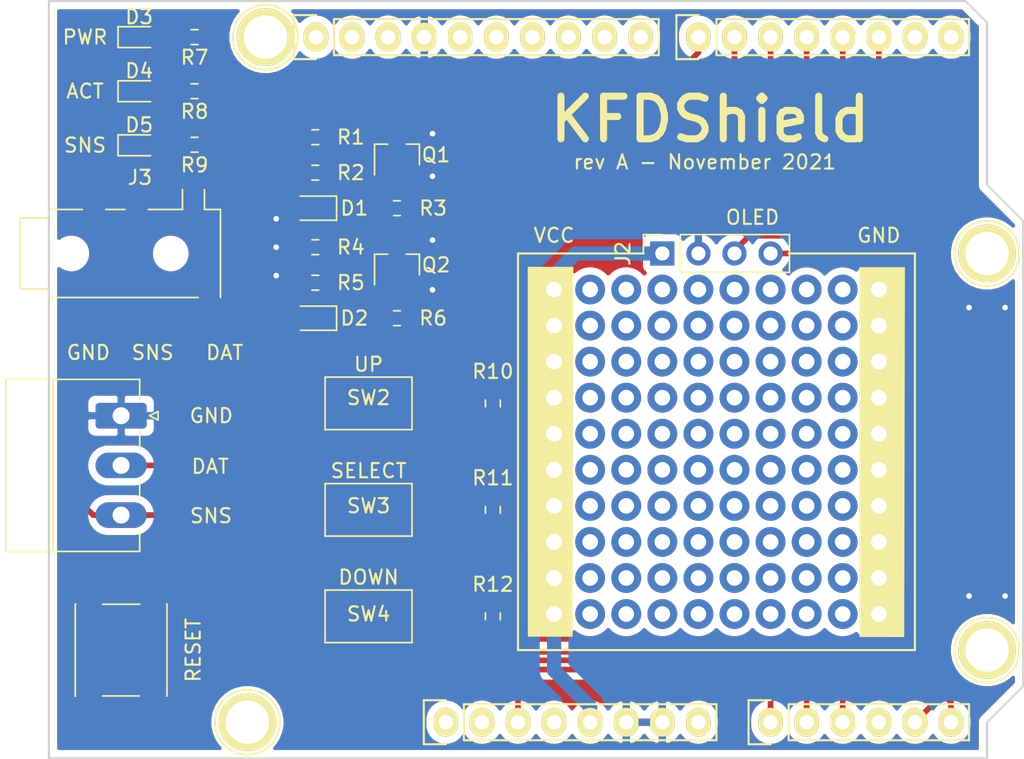
<source format=kicad_pcb>
(kicad_pcb (version 20171130) (host pcbnew "(5.1.10)-1")
  (title_block (title KFDShield) (date 2021-10-27) (rev 1.0) (comment 1 "Designed by Nat Moore (jelimoore)") (comment 2 "Based upon the work of Ellie Dugger (duggerd)"))
  (layers (0 F.Cu signal) (31 B.Cu signal) (34 B.Paste user) (35 F.Paste user) (36 B.SilkS user) (37 F.SilkS user) (38 B.Mask user) (39 F.Mask user) (44 Edge.Cuts user))
  (net 0 "")
  (net 1 /IOREF)
  (net 2 /Reset)
  (net 3 +5V)
  (net 4 GND)
  (net 5 /Vin)
  (net 6 /A0)
  (net 7 /A1)
  (net 8 /A2)
  (net 9 /A3)
  (net 10 /AREF)
  (net 11 "/A4(SDA)")
  (net 12 "/A5(SCL)")
  (net 13 "/9(**)")
  (net 14 /8)
  (net 15 /7)
  (net 16 "/6(**)")
  (net 17 "/5(**)")
  (net 18 /4)
  (net 19 "/3(**)")
  (net 20 /2)
  (net 21 "/1(Tx)")
  (net 22 "/0(Rx)")
  (net 23 "Net-(P5-Pad1)")
  (net 24 "Net-(P6-Pad1)")
  (net 25 "Net-(P7-Pad1)")
  (net 26 "Net-(P8-Pad1)")
  (net 27 "/13(SCK)")
  (net 28 "/10(**/SS)")
  (net 29 "Net-(P1-Pad1)")
  (net 30 +3V3)
  (net 31 "/12(MISO)")
  (net 32 "/11(**/MOSI)")
  (net 33 "Net-(Q1-Pad1)")
  (net 34 "Net-(Q2-Pad1)")
  (net 35 /KFD_DATA)
  (net 36 /KFD_SENSE)
  (net 37 "Net-(P3-Pad1)")
  (net 38 "Net-(P3-Pad2)")
  (net 39 "Net-(D3-Pad2)")
  (net 40 "Net-(D4-Pad2)")
  (net 41 "Net-(D5-Pad2)")
  (module Button_Switch_SMD:SW_SPST_CK_RS282G05A3 (layer F.Cu) (at 133.498 116.365)
    (fp_text reference SW4 (at 0 -0.16) (layer F.SilkS))
    (fp_text value Enter)
    (pad 2 smd rect (at 3.9 0) (size 1.5 1.5) (layers F.Cu F.Paste F.Mask) (net 8 /A2))
    (pad 1 smd rect (at -3.9 0) (size 1.5 1.5) (layers F.Cu F.Paste F.Mask) (net 4 GND))
  )
  (module Button_Switch_SMD:SW_SPST_CK_RS282G05A3 (layer F.Cu) (at 133.498 108.865)
    (fp_text reference SW3 (at 0 -0.28) (layer F.SilkS))
    (fp_text value Down)
    (pad 2 smd rect (at 3.9 0) (size 1.5 1.5) (layers F.Cu F.Paste F.Mask) (net 7 /A1))
    (pad 1 smd rect (at -3.9 0) (size 1.5 1.5) (layers F.Cu F.Paste F.Mask) (net 4 GND))
  )
  (module Button_Switch_SMD:SW_SPST_CK_RS282G05A3 (layer F.Cu) (at 133.498 101.365)
    (fp_text reference SW2 (at 0 -0.4) (layer F.SilkS))
    (fp_text value Up)
    (pad 2 smd rect (at 3.9 0) (size 1.5 1.5) (layers F.Cu F.Paste F.Mask) (net 6 /A0))
    (pad 1 smd rect (at -3.9 0) (size 1.5 1.5) (layers F.Cu F.Paste F.Mask) (net 4 GND))
  )
  (module Connector_Audio:Jack_3.5mm_PJ320D_Horizontal (layer F.Cu) (at 117.348 90.805)
    (fp_text reference J3 (at 0.05 -5.35) (layer F.SilkS))
    (fp_text value MR_Jack)
    (pad "" np_thru_hole circle (at 2.225 0) (size 1.5 1.5) (drill 1.5) (layers *.Cu *.Mask))
    (pad "" np_thru_hole circle (at -4.775 0) (size 1.5 1.5) (drill 1.5) (layers *.Cu *.Mask))
    (pad R2 smd rect (at -3.175 -3.25) (size 1.2 2.5) (layers F.Cu F.Paste F.Mask) (net 4 GND))
    (pad R1 smd rect (at -0.175 -3.25) (size 1.2 2.5) (layers F.Cu F.Paste F.Mask) (net 36 /KFD_SENSE))
    (pad T smd rect (at 3.825 -3.25) (size 1.2 2.5) (layers F.Cu F.Paste F.Mask) (net 35 /KFD_DATA))
    (pad S smd rect (at 4.925 3.25) (size 1.2 2.5) (layers F.Cu F.Paste F.Mask) (net 4 GND))
  )
  (module Button_Switch_SMD:SW_Push_1P1T_NO_6x6mm_H9.5mm (layer F.Cu) (at 116.078 118.745 270)
    (fp_text reference SW1 hide)
    (fp_text value SW_Push)
    (pad 2 smd rect (at 3.975 2.25 270) (size 1.55 1.3) (layers F.Cu F.Paste F.Mask) (net 2 /Reset))
    (pad 1 smd rect (at 3.975 -2.25 270) (size 1.55 1.3) (layers F.Cu F.Paste F.Mask) (net 4 GND))
    (pad 1 smd rect (at -3.975 -2.25 270) (size 1.55 1.3) (layers F.Cu F.Paste F.Mask) (net 4 GND))
    (pad 2 smd rect (at -3.975 2.25 270) (size 1.55 1.3) (layers F.Cu F.Paste F.Mask) (net 2 /Reset))
  )
  (module Package_TO_SOT_SMD:SOT-23 (layer F.Cu) (at 135.498 83.865 90)
    (fp_text reference Q1 (at 0 2.75 180) (layer F.SilkS))
    (fp_text value MMBT3904LT1G)
    (pad 3 smd rect (at 1 0 90) (size 0.9 0.8) (layers F.Cu F.Paste F.Mask) (net 19 "/3(**)"))
    (pad 2 smd rect (at -1 0.95 90) (size 0.9 0.8) (layers F.Cu F.Paste F.Mask) (net 4 GND))
    (pad 1 smd rect (at -1 -0.95 90) (size 0.9 0.8) (layers F.Cu F.Paste F.Mask) (net 33 "Net-(Q1-Pad1)"))
  )
  (module Connector_Wire:SolderWire-0.5sqmm_1x01_D0.9mm_OD2.1mm (layer F.Cu) (at 166.878 111.125)
    (fp_text reference " " hide)
    (fp_text value SolderWire-0.5sqmm_1x01_D0.9mm_OD2.1mm)
    (pad 1 thru_hole circle (at 0 0) (size 2.1 2.1) (drill 1.1) (layers *.Cu *.Mask))
  )
  (module Connector_Wire:SolderWire-0.5sqmm_1x01_D0.9mm_OD2.1mm (layer F.Cu) (at 166.878 98.425)
    (fp_text reference " " hide)
    (fp_text value SolderWire-0.5sqmm_1x01_D0.9mm_OD2.1mm)
    (pad 1 thru_hole circle (at 0 0) (size 2.1 2.1) (drill 1.1) (layers *.Cu *.Mask))
  )
  (module Connector_Wire:SolderWire-0.5sqmm_1x01_D0.9mm_OD2.1mm (layer F.Cu) (at 166.878 108.585)
    (fp_text reference " " hide)
    (fp_text value SolderWire-0.5sqmm_1x01_D0.9mm_OD2.1mm)
    (pad 1 thru_hole circle (at 0 0) (size 2.1 2.1) (drill 1.1) (layers *.Cu *.Mask))
  )
  (module Connector_Wire:SolderWire-0.5sqmm_1x01_D0.9mm_OD2.1mm (layer F.Cu) (at 166.878 113.665)
    (fp_text reference " " hide)
    (fp_text value SolderWire-0.5sqmm_1x01_D0.9mm_OD2.1mm)
    (pad 1 thru_hole circle (at 0 0) (size 2.1 2.1) (drill 1.1) (layers *.Cu *.Mask))
  )
  (module Connector_Wire:SolderWire-0.5sqmm_1x01_D0.9mm_OD2.1mm (layer F.Cu) (at 166.878 116.205)
    (fp_text reference " " hide)
    (fp_text value SolderWire-0.5sqmm_1x01_D0.9mm_OD2.1mm)
    (pad 1 thru_hole circle (at 0 0) (size 2.1 2.1) (drill 1.1) (layers *.Cu *.Mask))
  )
  (module Connector_Wire:SolderWire-0.5sqmm_1x01_D0.9mm_OD2.1mm (layer F.Cu) (at 166.878 106.045)
    (fp_text reference " " hide)
    (fp_text value SolderWire-0.5sqmm_1x01_D0.9mm_OD2.1mm)
    (pad 1 thru_hole circle (at 0 0) (size 2.1 2.1) (drill 1.1) (layers *.Cu *.Mask))
  )
  (module Connector_Wire:SolderWire-0.5sqmm_1x01_D0.9mm_OD2.1mm (layer F.Cu) (at 166.878 103.505)
    (fp_text reference " " hide)
    (fp_text value SolderWire-0.5sqmm_1x01_D0.9mm_OD2.1mm)
    (pad 1 thru_hole circle (at 0 0) (size 2.1 2.1) (drill 1.1) (layers *.Cu *.Mask))
  )
  (module Connector_Wire:SolderWire-0.5sqmm_1x01_D0.9mm_OD2.1mm (layer F.Cu) (at 166.878 100.965)
    (fp_text reference " " hide)
    (fp_text value SolderWire-0.5sqmm_1x01_D0.9mm_OD2.1mm)
    (pad 1 thru_hole circle (at 0 0) (size 2.1 2.1) (drill 1.1) (layers *.Cu *.Mask))
  )
  (module Connector_Wire:SolderWire-0.5sqmm_1x01_D0.9mm_OD2.1mm (layer F.Cu) (at 166.878 95.885)
    (fp_text reference " " hide)
    (fp_text value SolderWire-0.5sqmm_1x01_D0.9mm_OD2.1mm)
    (pad 1 thru_hole circle (at 0 0) (size 2.1 2.1) (drill 1.1) (layers *.Cu *.Mask))
  )
  (module Connector_Wire:SolderWire-0.5sqmm_1x01_D0.9mm_OD2.1mm (layer F.Cu) (at 166.878 93.345)
    (fp_text reference " " hide)
    (fp_text value SolderWire-0.5sqmm_1x01_D0.9mm_OD2.1mm)
    (pad 1 thru_hole circle (at 0 0) (size 2.1 2.1) (drill 1.1) (layers *.Cu *.Mask))
  )
  (module Connector_Wire:SolderWire-0.5sqmm_1x01_D0.9mm_OD2.1mm (layer F.Cu) (at 164.338 111.125)
    (fp_text reference " " hide)
    (fp_text value SolderWire-0.5sqmm_1x01_D0.9mm_OD2.1mm)
    (pad 1 thru_hole circle (at 0 0) (size 2.1 2.1) (drill 1.1) (layers *.Cu *.Mask))
  )
  (module Connector_Wire:SolderWire-0.5sqmm_1x01_D0.9mm_OD2.1mm (layer F.Cu) (at 164.338 98.425)
    (fp_text reference " " hide)
    (fp_text value SolderWire-0.5sqmm_1x01_D0.9mm_OD2.1mm)
    (pad 1 thru_hole circle (at 0 0) (size 2.1 2.1) (drill 1.1) (layers *.Cu *.Mask))
  )
  (module Connector_Wire:SolderWire-0.5sqmm_1x01_D0.9mm_OD2.1mm (layer F.Cu) (at 164.338 108.585)
    (fp_text reference " " hide)
    (fp_text value SolderWire-0.5sqmm_1x01_D0.9mm_OD2.1mm)
    (pad 1 thru_hole circle (at 0 0) (size 2.1 2.1) (drill 1.1) (layers *.Cu *.Mask))
  )
  (module Connector_Wire:SolderWire-0.5sqmm_1x01_D0.9mm_OD2.1mm (layer F.Cu) (at 164.338 113.665)
    (fp_text reference " " hide)
    (fp_text value SolderWire-0.5sqmm_1x01_D0.9mm_OD2.1mm)
    (pad 1 thru_hole circle (at 0 0) (size 2.1 2.1) (drill 1.1) (layers *.Cu *.Mask))
  )
  (module Connector_Wire:SolderWire-0.5sqmm_1x01_D0.9mm_OD2.1mm (layer F.Cu) (at 164.338 116.205)
    (fp_text reference " " hide)
    (fp_text value SolderWire-0.5sqmm_1x01_D0.9mm_OD2.1mm)
    (pad 1 thru_hole circle (at 0 0) (size 2.1 2.1) (drill 1.1) (layers *.Cu *.Mask))
  )
  (module Connector_Wire:SolderWire-0.5sqmm_1x01_D0.9mm_OD2.1mm (layer F.Cu) (at 164.338 106.045)
    (fp_text reference " " hide)
    (fp_text value SolderWire-0.5sqmm_1x01_D0.9mm_OD2.1mm)
    (pad 1 thru_hole circle (at 0 0) (size 2.1 2.1) (drill 1.1) (layers *.Cu *.Mask))
  )
  (module Connector_Wire:SolderWire-0.5sqmm_1x01_D0.9mm_OD2.1mm (layer F.Cu) (at 164.338 103.505)
    (fp_text reference " " hide)
    (fp_text value SolderWire-0.5sqmm_1x01_D0.9mm_OD2.1mm)
    (pad 1 thru_hole circle (at 0 0) (size 2.1 2.1) (drill 1.1) (layers *.Cu *.Mask))
  )
  (module Connector_Wire:SolderWire-0.5sqmm_1x01_D0.9mm_OD2.1mm (layer F.Cu) (at 164.338 100.965)
    (fp_text reference " " hide)
    (fp_text value SolderWire-0.5sqmm_1x01_D0.9mm_OD2.1mm)
    (pad 1 thru_hole circle (at 0 0) (size 2.1 2.1) (drill 1.1) (layers *.Cu *.Mask))
  )
  (module Connector_Wire:SolderWire-0.5sqmm_1x01_D0.9mm_OD2.1mm (layer F.Cu) (at 164.338 95.885)
    (fp_text reference " " hide)
    (fp_text value SolderWire-0.5sqmm_1x01_D0.9mm_OD2.1mm)
    (pad 1 thru_hole circle (at 0 0) (size 2.1 2.1) (drill 1.1) (layers *.Cu *.Mask))
  )
  (module Connector_Wire:SolderWire-0.5sqmm_1x01_D0.9mm_OD2.1mm (layer F.Cu) (at 164.338 93.345)
    (fp_text reference " " hide)
    (fp_text value SolderWire-0.5sqmm_1x01_D0.9mm_OD2.1mm)
    (pad 1 thru_hole circle (at 0 0) (size 2.1 2.1) (drill 1.1) (layers *.Cu *.Mask))
  )
  (module Connector_Wire:SolderWire-0.5sqmm_1x01_D0.9mm_OD2.1mm (layer F.Cu) (at 161.798 111.125)
    (fp_text reference " " hide)
    (fp_text value SolderWire-0.5sqmm_1x01_D0.9mm_OD2.1mm)
    (pad 1 thru_hole circle (at 0 0) (size 2.1 2.1) (drill 1.1) (layers *.Cu *.Mask))
  )
  (module Connector_Wire:SolderWire-0.5sqmm_1x01_D0.9mm_OD2.1mm (layer F.Cu) (at 161.798 98.425)
    (fp_text reference " " hide)
    (fp_text value SolderWire-0.5sqmm_1x01_D0.9mm_OD2.1mm)
    (pad 1 thru_hole circle (at 0 0) (size 2.1 2.1) (drill 1.1) (layers *.Cu *.Mask))
  )
  (module Connector_Wire:SolderWire-0.5sqmm_1x01_D0.9mm_OD2.1mm (layer F.Cu) (at 161.798 108.585)
    (fp_text reference " " hide)
    (fp_text value SolderWire-0.5sqmm_1x01_D0.9mm_OD2.1mm)
    (pad 1 thru_hole circle (at 0 0) (size 2.1 2.1) (drill 1.1) (layers *.Cu *.Mask))
  )
  (module Connector_Wire:SolderWire-0.5sqmm_1x01_D0.9mm_OD2.1mm (layer F.Cu) (at 161.798 113.665)
    (fp_text reference " " hide)
    (fp_text value SolderWire-0.5sqmm_1x01_D0.9mm_OD2.1mm)
    (pad 1 thru_hole circle (at 0 0) (size 2.1 2.1) (drill 1.1) (layers *.Cu *.Mask))
  )
  (module Connector_Wire:SolderWire-0.5sqmm_1x01_D0.9mm_OD2.1mm (layer F.Cu) (at 161.798 116.205)
    (fp_text reference " " hide)
    (fp_text value SolderWire-0.5sqmm_1x01_D0.9mm_OD2.1mm)
    (pad 1 thru_hole circle (at 0 0) (size 2.1 2.1) (drill 1.1) (layers *.Cu *.Mask))
  )
  (module Connector_Wire:SolderWire-0.5sqmm_1x01_D0.9mm_OD2.1mm (layer F.Cu) (at 161.798 106.045)
    (fp_text reference " " hide)
    (fp_text value SolderWire-0.5sqmm_1x01_D0.9mm_OD2.1mm)
    (pad 1 thru_hole circle (at 0 0) (size 2.1 2.1) (drill 1.1) (layers *.Cu *.Mask))
  )
  (module Connector_Wire:SolderWire-0.5sqmm_1x01_D0.9mm_OD2.1mm (layer F.Cu) (at 161.798 103.505)
    (fp_text reference " " hide)
    (fp_text value SolderWire-0.5sqmm_1x01_D0.9mm_OD2.1mm)
    (pad 1 thru_hole circle (at 0 0) (size 2.1 2.1) (drill 1.1) (layers *.Cu *.Mask))
  )
  (module Connector_Wire:SolderWire-0.5sqmm_1x01_D0.9mm_OD2.1mm (layer F.Cu) (at 161.798 100.965)
    (fp_text reference " " hide)
    (fp_text value SolderWire-0.5sqmm_1x01_D0.9mm_OD2.1mm)
    (pad 1 thru_hole circle (at 0 0) (size 2.1 2.1) (drill 1.1) (layers *.Cu *.Mask))
  )
  (module Connector_Wire:SolderWire-0.5sqmm_1x01_D0.9mm_OD2.1mm (layer F.Cu) (at 161.798 95.885)
    (fp_text reference " " hide)
    (fp_text value SolderWire-0.5sqmm_1x01_D0.9mm_OD2.1mm)
    (pad 1 thru_hole circle (at 0 0) (size 2.1 2.1) (drill 1.1) (layers *.Cu *.Mask))
  )
  (module Connector_Wire:SolderWire-0.5sqmm_1x01_D0.9mm_OD2.1mm (layer F.Cu) (at 161.798 93.345)
    (fp_text reference " " hide)
    (fp_text value SolderWire-0.5sqmm_1x01_D0.9mm_OD2.1mm)
    (pad 1 thru_hole circle (at 0 0) (size 2.1 2.1) (drill 1.1) (layers *.Cu *.Mask))
  )
  (module Connector_Wire:SolderWire-0.5sqmm_1x01_D0.9mm_OD2.1mm (layer F.Cu) (at 159.258 111.125)
    (fp_text reference " " hide)
    (fp_text value SolderWire-0.5sqmm_1x01_D0.9mm_OD2.1mm)
    (pad 1 thru_hole circle (at 0 0) (size 2.1 2.1) (drill 1.1) (layers *.Cu *.Mask))
  )
  (module Connector_Wire:SolderWire-0.5sqmm_1x01_D0.9mm_OD2.1mm (layer F.Cu) (at 159.258 98.425)
    (fp_text reference " " hide)
    (fp_text value SolderWire-0.5sqmm_1x01_D0.9mm_OD2.1mm)
    (pad 1 thru_hole circle (at 0 0) (size 2.1 2.1) (drill 1.1) (layers *.Cu *.Mask))
  )
  (module Connector_Wire:SolderWire-0.5sqmm_1x01_D0.9mm_OD2.1mm (layer F.Cu) (at 159.258 108.585)
    (fp_text reference " " hide)
    (fp_text value SolderWire-0.5sqmm_1x01_D0.9mm_OD2.1mm)
    (pad 1 thru_hole circle (at 0 0) (size 2.1 2.1) (drill 1.1) (layers *.Cu *.Mask))
  )
  (module Connector_Wire:SolderWire-0.5sqmm_1x01_D0.9mm_OD2.1mm (layer F.Cu) (at 159.258 113.665)
    (fp_text reference " " hide)
    (fp_text value SolderWire-0.5sqmm_1x01_D0.9mm_OD2.1mm)
    (pad 1 thru_hole circle (at 0 0) (size 2.1 2.1) (drill 1.1) (layers *.Cu *.Mask))
  )
  (module Connector_Wire:SolderWire-0.5sqmm_1x01_D0.9mm_OD2.1mm (layer F.Cu) (at 159.258 116.205)
    (fp_text reference " " hide)
    (fp_text value SolderWire-0.5sqmm_1x01_D0.9mm_OD2.1mm)
    (pad 1 thru_hole circle (at 0 0) (size 2.1 2.1) (drill 1.1) (layers *.Cu *.Mask))
  )
  (module Connector_Wire:SolderWire-0.5sqmm_1x01_D0.9mm_OD2.1mm (layer F.Cu) (at 159.258 106.045)
    (fp_text reference " " hide)
    (fp_text value SolderWire-0.5sqmm_1x01_D0.9mm_OD2.1mm)
    (pad 1 thru_hole circle (at 0 0) (size 2.1 2.1) (drill 1.1) (layers *.Cu *.Mask))
  )
  (module Connector_Wire:SolderWire-0.5sqmm_1x01_D0.9mm_OD2.1mm (layer F.Cu) (at 159.258 103.505)
    (fp_text reference " " hide)
    (fp_text value SolderWire-0.5sqmm_1x01_D0.9mm_OD2.1mm)
    (pad 1 thru_hole circle (at 0 0) (size 2.1 2.1) (drill 1.1) (layers *.Cu *.Mask))
  )
  (module Connector_Wire:SolderWire-0.5sqmm_1x01_D0.9mm_OD2.1mm (layer F.Cu) (at 159.258 100.965)
    (fp_text reference " " hide)
    (fp_text value SolderWire-0.5sqmm_1x01_D0.9mm_OD2.1mm)
    (pad 1 thru_hole circle (at 0 0) (size 2.1 2.1) (drill 1.1) (layers *.Cu *.Mask))
  )
  (module Connector_Wire:SolderWire-0.5sqmm_1x01_D0.9mm_OD2.1mm (layer F.Cu) (at 159.258 95.885)
    (fp_text reference " " hide)
    (fp_text value SolderWire-0.5sqmm_1x01_D0.9mm_OD2.1mm)
    (pad 1 thru_hole circle (at 0 0) (size 2.1 2.1) (drill 1.1) (layers *.Cu *.Mask))
  )
  (module Connector_Wire:SolderWire-0.5sqmm_1x01_D0.9mm_OD2.1mm (layer F.Cu) (at 159.258 93.345)
    (fp_text reference " " hide)
    (fp_text value SolderWire-0.5sqmm_1x01_D0.9mm_OD2.1mm)
    (pad 1 thru_hole circle (at 0 0) (size 2.1 2.1) (drill 1.1) (layers *.Cu *.Mask))
  )
  (module Connector_Wire:SolderWire-0.5sqmm_1x01_D0.9mm_OD2.1mm (layer F.Cu) (at 156.718 111.125)
    (fp_text reference " " hide)
    (fp_text value SolderWire-0.5sqmm_1x01_D0.9mm_OD2.1mm)
    (pad 1 thru_hole circle (at 0 0) (size 2.1 2.1) (drill 1.1) (layers *.Cu *.Mask))
  )
  (module Connector_Wire:SolderWire-0.5sqmm_1x01_D0.9mm_OD2.1mm (layer F.Cu) (at 156.718 98.425)
    (fp_text reference " " hide)
    (fp_text value SolderWire-0.5sqmm_1x01_D0.9mm_OD2.1mm)
    (pad 1 thru_hole circle (at 0 0) (size 2.1 2.1) (drill 1.1) (layers *.Cu *.Mask))
  )
  (module Connector_Wire:SolderWire-0.5sqmm_1x01_D0.9mm_OD2.1mm (layer F.Cu) (at 156.718 108.585)
    (fp_text reference " " hide)
    (fp_text value SolderWire-0.5sqmm_1x01_D0.9mm_OD2.1mm)
    (pad 1 thru_hole circle (at 0 0) (size 2.1 2.1) (drill 1.1) (layers *.Cu *.Mask))
  )
  (module Connector_Wire:SolderWire-0.5sqmm_1x01_D0.9mm_OD2.1mm (layer F.Cu) (at 156.718 113.665)
    (fp_text reference " " hide)
    (fp_text value SolderWire-0.5sqmm_1x01_D0.9mm_OD2.1mm)
    (pad 1 thru_hole circle (at 0 0) (size 2.1 2.1) (drill 1.1) (layers *.Cu *.Mask))
  )
  (module Connector_Wire:SolderWire-0.5sqmm_1x01_D0.9mm_OD2.1mm (layer F.Cu) (at 156.718 116.205)
    (fp_text reference " " hide)
    (fp_text value SolderWire-0.5sqmm_1x01_D0.9mm_OD2.1mm)
    (pad 1 thru_hole circle (at 0 0) (size 2.1 2.1) (drill 1.1) (layers *.Cu *.Mask))
  )
  (module Connector_Wire:SolderWire-0.5sqmm_1x01_D0.9mm_OD2.1mm (layer F.Cu) (at 156.718 106.045)
    (fp_text reference " " hide)
    (fp_text value SolderWire-0.5sqmm_1x01_D0.9mm_OD2.1mm)
    (pad 1 thru_hole circle (at 0 0) (size 2.1 2.1) (drill 1.1) (layers *.Cu *.Mask))
  )
  (module Connector_Wire:SolderWire-0.5sqmm_1x01_D0.9mm_OD2.1mm (layer F.Cu) (at 156.718 103.505)
    (fp_text reference " " hide)
    (fp_text value SolderWire-0.5sqmm_1x01_D0.9mm_OD2.1mm)
    (pad 1 thru_hole circle (at 0 0) (size 2.1 2.1) (drill 1.1) (layers *.Cu *.Mask))
  )
  (module Connector_Wire:SolderWire-0.5sqmm_1x01_D0.9mm_OD2.1mm (layer F.Cu) (at 156.718 100.965)
    (fp_text reference " " hide)
    (fp_text value SolderWire-0.5sqmm_1x01_D0.9mm_OD2.1mm)
    (pad 1 thru_hole circle (at 0 0) (size 2.1 2.1) (drill 1.1) (layers *.Cu *.Mask))
  )
  (module Connector_Wire:SolderWire-0.5sqmm_1x01_D0.9mm_OD2.1mm (layer F.Cu) (at 156.718 95.885)
    (fp_text reference " " hide)
    (fp_text value SolderWire-0.5sqmm_1x01_D0.9mm_OD2.1mm)
    (pad 1 thru_hole circle (at 0 0) (size 2.1 2.1) (drill 1.1) (layers *.Cu *.Mask))
  )
  (module Connector_Wire:SolderWire-0.5sqmm_1x01_D0.9mm_OD2.1mm (layer F.Cu) (at 156.718 93.345)
    (fp_text reference " " hide)
    (fp_text value SolderWire-0.5sqmm_1x01_D0.9mm_OD2.1mm)
    (pad 1 thru_hole circle (at 0 0) (size 2.1 2.1) (drill 1.1) (layers *.Cu *.Mask))
  )
  (module Connector_Wire:SolderWire-0.5sqmm_1x01_D0.9mm_OD2.1mm (layer F.Cu) (at 154.178 111.125)
    (fp_text reference " " hide)
    (fp_text value SolderWire-0.5sqmm_1x01_D0.9mm_OD2.1mm)
    (pad 1 thru_hole circle (at 0 0) (size 2.1 2.1) (drill 1.1) (layers *.Cu *.Mask))
  )
  (module Connector_Wire:SolderWire-0.5sqmm_1x01_D0.9mm_OD2.1mm (layer F.Cu) (at 154.178 98.425)
    (fp_text reference " " hide)
    (fp_text value SolderWire-0.5sqmm_1x01_D0.9mm_OD2.1mm)
    (pad 1 thru_hole circle (at 0 0) (size 2.1 2.1) (drill 1.1) (layers *.Cu *.Mask))
  )
  (module Connector_Wire:SolderWire-0.5sqmm_1x01_D0.9mm_OD2.1mm (layer F.Cu) (at 154.178 108.585)
    (fp_text reference " " hide)
    (fp_text value SolderWire-0.5sqmm_1x01_D0.9mm_OD2.1mm)
    (pad 1 thru_hole circle (at 0 0) (size 2.1 2.1) (drill 1.1) (layers *.Cu *.Mask))
  )
  (module Connector_Wire:SolderWire-0.5sqmm_1x01_D0.9mm_OD2.1mm (layer F.Cu) (at 154.178 113.665)
    (fp_text reference " " hide)
    (fp_text value SolderWire-0.5sqmm_1x01_D0.9mm_OD2.1mm)
    (pad 1 thru_hole circle (at 0 0) (size 2.1 2.1) (drill 1.1) (layers *.Cu *.Mask))
  )
  (module Connector_Wire:SolderWire-0.5sqmm_1x01_D0.9mm_OD2.1mm (layer F.Cu) (at 154.178 116.205)
    (fp_text reference " " hide)
    (fp_text value SolderWire-0.5sqmm_1x01_D0.9mm_OD2.1mm)
    (pad 1 thru_hole circle (at 0 0) (size 2.1 2.1) (drill 1.1) (layers *.Cu *.Mask))
  )
  (module Connector_Wire:SolderWire-0.5sqmm_1x01_D0.9mm_OD2.1mm (layer F.Cu) (at 154.178 106.045)
    (fp_text reference " " hide)
    (fp_text value SolderWire-0.5sqmm_1x01_D0.9mm_OD2.1mm)
    (pad 1 thru_hole circle (at 0 0) (size 2.1 2.1) (drill 1.1) (layers *.Cu *.Mask))
  )
  (module Connector_Wire:SolderWire-0.5sqmm_1x01_D0.9mm_OD2.1mm (layer F.Cu) (at 154.178 103.505)
    (fp_text reference " " hide)
    (fp_text value SolderWire-0.5sqmm_1x01_D0.9mm_OD2.1mm)
    (pad 1 thru_hole circle (at 0 0) (size 2.1 2.1) (drill 1.1) (layers *.Cu *.Mask))
  )
  (module Connector_Wire:SolderWire-0.5sqmm_1x01_D0.9mm_OD2.1mm (layer F.Cu) (at 154.178 100.965)
    (fp_text reference " " hide)
    (fp_text value SolderWire-0.5sqmm_1x01_D0.9mm_OD2.1mm)
    (pad 1 thru_hole circle (at 0 0) (size 2.1 2.1) (drill 1.1) (layers *.Cu *.Mask))
  )
  (module Connector_Wire:SolderWire-0.5sqmm_1x01_D0.9mm_OD2.1mm (layer F.Cu) (at 154.178 95.885)
    (fp_text reference " " hide)
    (fp_text value SolderWire-0.5sqmm_1x01_D0.9mm_OD2.1mm)
    (pad 1 thru_hole circle (at 0 0) (size 2.1 2.1) (drill 1.1) (layers *.Cu *.Mask))
  )
  (module Connector_Wire:SolderWire-0.5sqmm_1x01_D0.9mm_OD2.1mm (layer F.Cu) (at 154.178 93.345)
    (fp_text reference " " hide)
    (fp_text value SolderWire-0.5sqmm_1x01_D0.9mm_OD2.1mm)
    (pad 1 thru_hole circle (at 0 0) (size 2.1 2.1) (drill 1.1) (layers *.Cu *.Mask))
  )
  (module Connector_Wire:SolderWire-0.5sqmm_1x01_D0.9mm_OD2.1mm (layer F.Cu) (at 151.638 111.125)
    (fp_text reference " " hide)
    (fp_text value SolderWire-0.5sqmm_1x01_D0.9mm_OD2.1mm)
    (pad 1 thru_hole circle (at 0 0) (size 2.1 2.1) (drill 1.1) (layers *.Cu *.Mask))
  )
  (module Connector_Wire:SolderWire-0.5sqmm_1x01_D0.9mm_OD2.1mm (layer F.Cu) (at 151.638 98.425)
    (fp_text reference " " hide)
    (fp_text value SolderWire-0.5sqmm_1x01_D0.9mm_OD2.1mm)
    (pad 1 thru_hole circle (at 0 0) (size 2.1 2.1) (drill 1.1) (layers *.Cu *.Mask))
  )
  (module Connector_Wire:SolderWire-0.5sqmm_1x01_D0.9mm_OD2.1mm (layer F.Cu) (at 151.638 108.585)
    (fp_text reference " " hide)
    (fp_text value SolderWire-0.5sqmm_1x01_D0.9mm_OD2.1mm)
    (pad 1 thru_hole circle (at 0 0) (size 2.1 2.1) (drill 1.1) (layers *.Cu *.Mask))
  )
  (module Connector_Wire:SolderWire-0.5sqmm_1x01_D0.9mm_OD2.1mm (layer F.Cu) (at 151.638 113.665)
    (fp_text reference " " hide)
    (fp_text value SolderWire-0.5sqmm_1x01_D0.9mm_OD2.1mm)
    (pad 1 thru_hole circle (at 0 0) (size 2.1 2.1) (drill 1.1) (layers *.Cu *.Mask))
  )
  (module Connector_Wire:SolderWire-0.5sqmm_1x01_D0.9mm_OD2.1mm (layer F.Cu) (at 151.638 116.205)
    (fp_text reference " " hide)
    (fp_text value SolderWire-0.5sqmm_1x01_D0.9mm_OD2.1mm)
    (pad 1 thru_hole circle (at 0 0) (size 2.1 2.1) (drill 1.1) (layers *.Cu *.Mask))
  )
  (module Connector_Wire:SolderWire-0.5sqmm_1x01_D0.9mm_OD2.1mm (layer F.Cu) (at 151.638 106.045)
    (fp_text reference " " hide)
    (fp_text value SolderWire-0.5sqmm_1x01_D0.9mm_OD2.1mm)
    (pad 1 thru_hole circle (at 0 0) (size 2.1 2.1) (drill 1.1) (layers *.Cu *.Mask))
  )
  (module Connector_Wire:SolderWire-0.5sqmm_1x01_D0.9mm_OD2.1mm (layer F.Cu) (at 151.638 103.505)
    (fp_text reference " " hide)
    (fp_text value SolderWire-0.5sqmm_1x01_D0.9mm_OD2.1mm)
    (pad 1 thru_hole circle (at 0 0) (size 2.1 2.1) (drill 1.1) (layers *.Cu *.Mask))
  )
  (module Connector_Wire:SolderWire-0.5sqmm_1x01_D0.9mm_OD2.1mm (layer F.Cu) (at 151.638 100.965)
    (fp_text reference " " hide)
    (fp_text value SolderWire-0.5sqmm_1x01_D0.9mm_OD2.1mm)
    (pad 1 thru_hole circle (at 0 0) (size 2.1 2.1) (drill 1.1) (layers *.Cu *.Mask))
  )
  (module Connector_Wire:SolderWire-0.5sqmm_1x01_D0.9mm_OD2.1mm (layer F.Cu) (at 151.638 95.885)
    (fp_text reference " " hide)
    (fp_text value SolderWire-0.5sqmm_1x01_D0.9mm_OD2.1mm)
    (pad 1 thru_hole circle (at 0 0) (size 2.1 2.1) (drill 1.1) (layers *.Cu *.Mask))
  )
  (module Connector_Wire:SolderWire-0.5sqmm_1x01_D0.9mm_OD2.1mm (layer F.Cu) (at 151.638 93.345)
    (fp_text reference " " hide)
    (fp_text value SolderWire-0.5sqmm_1x01_D0.9mm_OD2.1mm)
    (pad 1 thru_hole circle (at 0 0) (size 2.1 2.1) (drill 1.1) (layers *.Cu *.Mask))
  )
  (module Connector_Wire:SolderWire-0.5sqmm_1x01_D0.9mm_OD2.1mm (layer F.Cu) (at 149.098 116.205)
    (fp_text reference " " hide)
    (fp_text value SolderWire-0.5sqmm_1x01_D0.9mm_OD2.1mm)
    (pad 1 thru_hole circle (at 0 0) (size 2.1 2.1) (drill 1.1) (layers *.Cu *.Mask))
  )
  (module Connector_Wire:SolderWire-0.5sqmm_1x01_D0.9mm_OD2.1mm (layer F.Cu) (at 149.098 113.665)
    (fp_text reference " " hide)
    (fp_text value SolderWire-0.5sqmm_1x01_D0.9mm_OD2.1mm)
    (pad 1 thru_hole circle (at 0 0) (size 2.1 2.1) (drill 1.1) (layers *.Cu *.Mask))
  )
  (module Connector_Wire:SolderWire-0.5sqmm_1x01_D0.9mm_OD2.1mm (layer F.Cu) (at 149.098 111.125)
    (fp_text reference " " hide)
    (fp_text value SolderWire-0.5sqmm_1x01_D0.9mm_OD2.1mm)
    (pad 1 thru_hole circle (at 0 0) (size 2.1 2.1) (drill 1.1) (layers *.Cu *.Mask))
  )
  (module Connector_Wire:SolderWire-0.5sqmm_1x01_D0.9mm_OD2.1mm (layer F.Cu) (at 149.098 108.585)
    (fp_text reference " " hide)
    (fp_text value SolderWire-0.5sqmm_1x01_D0.9mm_OD2.1mm)
    (pad 1 thru_hole circle (at 0 0) (size 2.1 2.1) (drill 1.1) (layers *.Cu *.Mask))
  )
  (module Connector_Wire:SolderWire-0.5sqmm_1x01_D0.9mm_OD2.1mm (layer F.Cu) (at 149.098 106.045)
    (fp_text reference " " hide)
    (fp_text value SolderWire-0.5sqmm_1x01_D0.9mm_OD2.1mm)
    (pad 1 thru_hole circle (at 0 0) (size 2.1 2.1) (drill 1.1) (layers *.Cu *.Mask))
  )
  (module Connector_Wire:SolderWire-0.5sqmm_1x01_D0.9mm_OD2.1mm (layer F.Cu) (at 149.098 103.505)
    (fp_text reference " " hide)
    (fp_text value SolderWire-0.5sqmm_1x01_D0.9mm_OD2.1mm)
    (pad 1 thru_hole circle (at 0 0) (size 2.1 2.1) (drill 1.1) (layers *.Cu *.Mask))
  )
  (module Connector_Wire:SolderWire-0.5sqmm_1x01_D0.9mm_OD2.1mm (layer F.Cu) (at 149.098 100.965)
    (fp_text reference " " hide)
    (fp_text value SolderWire-0.5sqmm_1x01_D0.9mm_OD2.1mm)
    (pad 1 thru_hole circle (at 0 0) (size 2.1 2.1) (drill 1.1) (layers *.Cu *.Mask))
  )
  (module Connector_Wire:SolderWire-0.5sqmm_1x01_D0.9mm_OD2.1mm (layer F.Cu) (at 149.098 98.425)
    (fp_text reference " " hide)
    (fp_text value SolderWire-0.5sqmm_1x01_D0.9mm_OD2.1mm)
    (pad 1 thru_hole circle (at 0 0) (size 2.1 2.1) (drill 1.1) (layers *.Cu *.Mask))
  )
  (module Connector_Wire:SolderWire-0.5sqmm_1x01_D0.9mm_OD2.1mm (layer F.Cu) (at 149.098 95.885)
    (fp_text reference " " hide)
    (fp_text value SolderWire-0.5sqmm_1x01_D0.9mm_OD2.1mm)
    (pad 1 thru_hole circle (at 0 0) (size 2.1 2.1) (drill 1.1) (layers *.Cu *.Mask))
  )
  (module Connector_Wire:SolderWire-0.5sqmm_1x01_D0.9mm_OD2.1mm (layer F.Cu) (at 169.418 116.205)
    (fp_text reference " " hide)
    (fp_text value SolderWire-0.5sqmm_1x01_D0.9mm_OD2.1mm)
    (pad 1 thru_hole roundrect (at 0 0) (size 2.1 2.1) (drill 1.1) (layers *.Cu *.Mask) (net 4 GND))
  )
  (module Connector_Wire:SolderWire-0.5sqmm_1x01_D0.9mm_OD2.1mm (layer F.Cu) (at 169.418 113.665)
    (fp_text reference " " hide)
    (fp_text value SolderWire-0.5sqmm_1x01_D0.9mm_OD2.1mm)
    (pad 1 thru_hole roundrect (at 0 0) (size 2.1 2.1) (drill 1.1) (layers *.Cu *.Mask) (net 4 GND))
  )
  (module Connector_Wire:SolderWire-0.5sqmm_1x01_D0.9mm_OD2.1mm (layer F.Cu) (at 169.418 111.125)
    (fp_text reference " " hide)
    (fp_text value SolderWire-0.5sqmm_1x01_D0.9mm_OD2.1mm)
    (pad 1 thru_hole roundrect (at 0 0) (size 2.1 2.1) (drill 1.1) (layers *.Cu *.Mask) (net 4 GND))
  )
  (module Connector_Wire:SolderWire-0.5sqmm_1x01_D0.9mm_OD2.1mm (layer F.Cu) (at 169.418 108.585)
    (fp_text reference " " hide)
    (fp_text value SolderWire-0.5sqmm_1x01_D0.9mm_OD2.1mm)
    (pad 1 thru_hole roundrect (at 0 0) (size 2.1 2.1) (drill 1.1) (layers *.Cu *.Mask) (net 4 GND))
  )
  (module Connector_Wire:SolderWire-0.5sqmm_1x01_D0.9mm_OD2.1mm (layer F.Cu) (at 169.418 106.045)
    (fp_text reference " " hide)
    (fp_text value SolderWire-0.5sqmm_1x01_D0.9mm_OD2.1mm)
    (pad 1 thru_hole roundrect (at 0 0) (size 2.1 2.1) (drill 1.1) (layers *.Cu *.Mask) (net 4 GND))
  )
  (module Connector_Wire:SolderWire-0.5sqmm_1x01_D0.9mm_OD2.1mm (layer F.Cu) (at 169.418 103.505)
    (fp_text reference " " hide)
    (fp_text value SolderWire-0.5sqmm_1x01_D0.9mm_OD2.1mm)
    (pad 1 thru_hole roundrect (at 0 0) (size 2.1 2.1) (drill 1.1) (layers *.Cu *.Mask) (net 4 GND))
  )
  (module Connector_Wire:SolderWire-0.5sqmm_1x01_D0.9mm_OD2.1mm (layer F.Cu) (at 169.418 100.965)
    (fp_text reference " " hide)
    (fp_text value SolderWire-0.5sqmm_1x01_D0.9mm_OD2.1mm)
    (pad 1 thru_hole roundrect (at 0 0) (size 2.1 2.1) (drill 1.1) (layers *.Cu *.Mask) (net 4 GND))
  )
  (module Connector_Wire:SolderWire-0.5sqmm_1x01_D0.9mm_OD2.1mm (layer F.Cu) (at 169.418 98.425)
    (fp_text reference " " hide)
    (fp_text value SolderWire-0.5sqmm_1x01_D0.9mm_OD2.1mm)
    (pad 1 thru_hole roundrect (at 0 0) (size 2.1 2.1) (drill 1.1) (layers *.Cu *.Mask) (net 4 GND))
  )
  (module Connector_Wire:SolderWire-0.5sqmm_1x01_D0.9mm_OD2.1mm (layer F.Cu) (at 169.418 95.885)
    (fp_text reference " " hide)
    (fp_text value SolderWire-0.5sqmm_1x01_D0.9mm_OD2.1mm)
    (pad 1 thru_hole roundrect (at 0 0) (size 2.1 2.1) (drill 1.1) (layers *.Cu *.Mask) (net 4 GND))
  )
  (module Connector_Wire:SolderWire-0.5sqmm_1x01_D0.9mm_OD2.1mm (layer F.Cu) (at 146.558 116.205)
    (fp_text reference " " hide)
    (fp_text value SolderWire-0.5sqmm_1x01_D0.9mm_OD2.1mm)
    (pad 1 thru_hole roundrect (at 0 0) (size 2.1 2.1) (drill 1.1) (layers *.Cu *.Mask) (net 3 +5V))
  )
  (module Connector_Wire:SolderWire-0.5sqmm_1x01_D0.9mm_OD2.1mm (layer F.Cu) (at 146.558 113.665)
    (fp_text reference " " hide)
    (fp_text value SolderWire-0.5sqmm_1x01_D0.9mm_OD2.1mm)
    (pad 1 thru_hole roundrect (at 0 0) (size 2.1 2.1) (drill 1.1) (layers *.Cu *.Mask) (net 3 +5V))
  )
  (module Connector_Wire:SolderWire-0.5sqmm_1x01_D0.9mm_OD2.1mm (layer F.Cu) (at 146.558 111.125)
    (fp_text reference " " hide)
    (fp_text value SolderWire-0.5sqmm_1x01_D0.9mm_OD2.1mm)
    (pad 1 thru_hole roundrect (at 0 0) (size 2.1 2.1) (drill 1.1) (layers *.Cu *.Mask) (net 3 +5V))
  )
  (module Connector_Wire:SolderWire-0.5sqmm_1x01_D0.9mm_OD2.1mm (layer F.Cu) (at 146.558 108.585)
    (fp_text reference " " hide)
    (fp_text value SolderWire-0.5sqmm_1x01_D0.9mm_OD2.1mm)
    (pad 1 thru_hole roundrect (at 0 0) (size 2.1 2.1) (drill 1.1) (layers *.Cu *.Mask) (net 3 +5V))
  )
  (module Connector_Wire:SolderWire-0.5sqmm_1x01_D0.9mm_OD2.1mm (layer F.Cu) (at 146.558 106.045)
    (fp_text reference " " hide)
    (fp_text value SolderWire-0.5sqmm_1x01_D0.9mm_OD2.1mm)
    (pad 1 thru_hole roundrect (at 0 0) (size 2.1 2.1) (drill 1.1) (layers *.Cu *.Mask) (net 3 +5V))
  )
  (module Connector_Wire:SolderWire-0.5sqmm_1x01_D0.9mm_OD2.1mm (layer F.Cu) (at 146.558 103.505)
    (fp_text reference " " hide)
    (fp_text value SolderWire-0.5sqmm_1x01_D0.9mm_OD2.1mm)
    (pad 1 thru_hole roundrect (at 0 0) (size 2.1 2.1) (drill 1.1) (layers *.Cu *.Mask) (net 3 +5V))
  )
  (module Connector_Wire:SolderWire-0.5sqmm_1x01_D0.9mm_OD2.1mm (layer F.Cu) (at 146.558 100.965)
    (fp_text reference " " hide)
    (fp_text value SolderWire-0.5sqmm_1x01_D0.9mm_OD2.1mm)
    (pad 1 thru_hole roundrect (at 0 0) (size 2.1 2.1) (drill 1.1) (layers *.Cu *.Mask) (net 3 +5V))
  )
  (module Connector_Wire:SolderWire-0.5sqmm_1x01_D0.9mm_OD2.1mm (layer F.Cu) (at 146.558 98.425)
    (fp_text reference " " hide)
    (fp_text value SolderWire-0.5sqmm_1x01_D0.9mm_OD2.1mm)
    (pad 1 thru_hole roundrect (at 0 0) (size 2.1 2.1) (drill 1.1) (layers *.Cu *.Mask) (net 3 +5V))
  )
  (module Connector_Wire:SolderWire-0.5sqmm_1x01_D0.9mm_OD2.1mm (layer F.Cu) (at 146.558 95.885)
    (fp_text reference " " hide)
    (fp_text value SolderWire-0.5sqmm_1x01_D0.9mm_OD2.1mm)
    (pad 1 thru_hole roundrect (at 0 0) (size 2.1 2.1) (drill 1.1) (layers *.Cu *.Mask) (net 3 +5V))
  )
  (module Connector_Wire:SolderWire-0.5sqmm_1x01_D0.9mm_OD2.1mm (layer F.Cu) (at 169.418 93.345)
    (fp_text reference " " hide)
    (fp_text value SolderWire-0.5sqmm_1x01_D0.9mm_OD2.1mm)
    (pad 1 thru_hole roundrect (at 0 0) (size 2.1 2.1) (drill 1.1) (layers *.Cu *.Mask) (net 4 GND))
  )
  (module Connector_Wire:SolderWire-0.5sqmm_1x01_D0.9mm_OD2.1mm (layer F.Cu) (at 149.098 93.345)
    (fp_text reference " " hide)
    (fp_text value SolderWire-0.5sqmm_1x01_D0.9mm_OD2.1mm)
    (pad 1 thru_hole circle (at 0 0) (size 2.1 2.1) (drill 1.1) (layers *.Cu *.Mask))
  )
  (module Connector_Wire:SolderWire-0.5sqmm_1x01_D0.9mm_OD2.1mm (layer F.Cu) (at 146.558 93.345)
    (fp_text reference " " hide)
    (fp_text value SolderWire-0.5sqmm_1x01_D0.9mm_OD2.1mm)
    (pad 1 thru_hole roundrect (at 0 0) (size 2.1 2.1) (drill 1.1) (layers *.Cu *.Mask) (net 3 +5V))
  )
  (module Resistor_SMD:R_0603_1608Metric (layer F.Cu) (at 142.248 116.365 270)
    (fp_text reference R12 (at -2.25 0 180) (layer F.SilkS))
    (fp_text value 10K)
    (pad 2 smd roundrect (at 0.825 0 270) (size 0.8 0.95) (layers F.Cu F.Paste F.Mask) (net 8 /A2))
    (pad 1 smd roundrect (at -0.825 0 270) (size 0.8 0.95) (layers F.Cu F.Paste F.Mask) (net 3 +5V))
  )
  (module Resistor_SMD:R_0603_1608Metric (layer F.Cu) (at 142.248 108.865 270)
    (fp_text reference R11 (at -2.25 0 180) (layer F.SilkS))
    (fp_text value 10K)
    (pad 2 smd roundrect (at 0.825 0 270) (size 0.8 0.95) (layers F.Cu F.Paste F.Mask) (net 7 /A1))
    (pad 1 smd roundrect (at -0.825 0 270) (size 0.8 0.95) (layers F.Cu F.Paste F.Mask) (net 3 +5V))
  )
  (module Resistor_SMD:R_0603_1608Metric (layer F.Cu) (at 142.248 101.365 270)
    (fp_text reference R10 (at -2.25 0 180) (layer F.SilkS))
    (fp_text value 10K)
    (pad 2 smd roundrect (at 0.825 0 270) (size 0.8 0.95) (layers F.Cu F.Paste F.Mask) (net 6 /A0))
    (pad 1 smd roundrect (at -0.825 0 270) (size 0.8 0.95) (layers F.Cu F.Paste F.Mask) (net 3 +5V))
  )
  (module Diode_SMD:D_SOD-323F (layer F.Cu) (at 129.748 95.365 180)
    (fp_text reference D2 (at -2.75 0) (layer F.SilkS))
    (fp_text value D_Zener)
    (pad 2 smd rect (at 1.1 0 180) (size 0.5 0.5) (layers F.Cu F.Paste F.Mask) (net 4 GND))
    (pad 1 smd rect (at -1.1 0 180) (size 0.5 0.5) (layers F.Cu F.Paste F.Mask) (net 20 /2))
  )
  (module Diode_SMD:D_SOD-323F (layer F.Cu) (at 129.748 87.615 180)
    (fp_text reference D1 (at -2.75 0) (layer F.SilkS))
    (fp_text value D_Zener)
    (pad 2 smd rect (at 1.1 0 180) (size 0.5 0.5) (layers F.Cu F.Paste F.Mask) (net 4 GND))
    (pad 1 smd rect (at -1.1 0 180) (size 0.5 0.5) (layers F.Cu F.Paste F.Mask) (net 19 "/3(**)"))
  )
  (module Connector_Phoenix_MC:PhoenixContact_MC_1,5_3-G-3.5_1x03_P3.50mm_Horizontal (layer F.Cu) (at 116.078 102.235 270)
    (fp_text reference J1 hide)
    (fp_text value MR_Block)
    (pad 3 thru_hole oval (at 7 0 270) (size 1.8 3.6) (drill 1.2) (layers *.Cu *.Mask) (net 36 /KFD_SENSE))
    (pad 2 thru_hole oval (at 3.5 0 270) (size 1.8 3.6) (drill 1.2) (layers *.Cu *.Mask) (net 35 /KFD_DATA))
    (pad 1 thru_hole roundrect (at 0 0 270) (size 1.8 3.6) (drill 1.2) (layers *.Cu *.Mask) (roundrect_rratio 0.1388888888888889) (net 4 GND))
  )
  (module Resistor_SMD:R_0603_1608Metric (layer F.Cu) (at 121.248 83.145 180)
    (fp_text reference R9 (at 0 -1.43) (layer F.SilkS))
    (fp_text value 470)
    (pad 2 smd roundrect (at 0.825 0 180) (size 0.8 0.95) (layers F.Cu F.Paste F.Mask) (net 41 "Net-(D5-Pad2)"))
    (pad 1 smd roundrect (at -0.825 0 180) (size 0.8 0.95) (layers F.Cu F.Paste F.Mask) (net 16 "/6(**)"))
  )
  (module LED_SMD:LED_0603_1608Metric (layer F.Cu) (at 117.348 83.185)
    (fp_text reference D5 (at 0 -1.43) (layer F.SilkS))
    (fp_text value SNS)
    (pad 2 smd roundrect (at 0.7875 0) (size 0.875 0.95) (layers F.Cu F.Paste F.Mask) (net 41 "Net-(D5-Pad2)"))
    (pad 1 smd roundrect (at -0.7875 0) (size 0.875 0.95) (layers F.Cu F.Paste F.Mask) (net 4 GND))
  )
  (module LED_SMD:LED_0603_1608Metric (layer F.Cu) (at 117.348 79.375)
    (fp_text reference D4 (at 0 -1.43) (layer F.SilkS))
    (fp_text value ACT)
    (pad 2 smd roundrect (at 0.7875 0) (size 0.875 0.95) (layers F.Cu F.Paste F.Mask) (net 40 "Net-(D4-Pad2)"))
    (pad 1 smd roundrect (at -0.7875 0) (size 0.875 0.95) (layers F.Cu F.Paste F.Mask) (net 4 GND))
  )
  (module LED_SMD:LED_0603_1608Metric (layer F.Cu) (at 117.348 75.565)
    (fp_text reference D3 (at 0 -1.43) (layer F.SilkS))
    (fp_text value PWR)
    (pad 2 smd roundrect (at 0.7875 0) (size 0.875 0.95) (layers F.Cu F.Paste F.Mask) (net 39 "Net-(D3-Pad2)"))
    (pad 1 smd roundrect (at -0.7875 0) (size 0.875 0.95) (layers F.Cu F.Paste F.Mask) (net 4 GND))
  )
  (module Package_TO_SOT_SMD:SOT-23 (layer F.Cu) (at 135.498 91.615 90)
    (fp_text reference Q2 (at 0 2.75 180) (layer F.SilkS))
    (fp_text value MMBT3904LT1G)
    (pad 3 smd rect (at 1 0 90) (size 0.9 0.8) (layers F.Cu F.Paste F.Mask) (net 20 /2))
    (pad 2 smd rect (at -1 0.95 90) (size 0.9 0.8) (layers F.Cu F.Paste F.Mask) (net 4 GND))
    (pad 1 smd rect (at -1 -0.95 90) (size 0.9 0.8) (layers F.Cu F.Paste F.Mask) (net 34 "Net-(Q2-Pad1)"))
  )
  (module Resistor_SMD:R_0603_1608Metric (layer F.Cu) (at 121.248 79.375 180)
    (fp_text reference R8 (at 0 -1.43) (layer F.SilkS))
    (fp_text value 470)
    (pad 2 smd roundrect (at 0.825 0 180) (size 0.8 0.95) (layers F.Cu F.Paste F.Mask) (net 40 "Net-(D4-Pad2)"))
    (pad 1 smd roundrect (at -0.825 0 180) (size 0.8 0.95) (layers F.Cu F.Paste F.Mask) (net 15 /7))
  )
  (module Resistor_SMD:R_0603_1608Metric (layer F.Cu) (at 121.248 75.565 180)
    (fp_text reference R7 (at 0 -1.43) (layer F.SilkS))
    (fp_text value 470)
    (pad 2 smd roundrect (at 0.825 0 180) (size 0.8 0.95) (layers F.Cu F.Paste F.Mask) (net 39 "Net-(D3-Pad2)"))
    (pad 1 smd roundrect (at -0.825 0 180) (size 0.8 0.95) (layers F.Cu F.Paste F.Mask) (net 3 +5V))
  )
  (module Resistor_SMD:R_0603_1608Metric (layer F.Cu) (at 135.498 95.365 180)
    (fp_text reference R6 (at -2.54 0) (layer F.SilkS))
    (fp_text value 1K)
    (pad 2 smd roundrect (at 0.825 0 180) (size 0.8 0.95) (layers F.Cu F.Paste F.Mask) (net 34 "Net-(Q2-Pad1)"))
    (pad 1 smd roundrect (at -0.825 0 180) (size 0.8 0.95) (layers F.Cu F.Paste F.Mask) (net 18 /4))
  )
  (module Resistor_SMD:R_0603_1608Metric (layer F.Cu) (at 129.748 92.865)
    (fp_text reference R5 (at 2.5 0) (layer F.SilkS))
    (fp_text value 220)
    (pad 2 smd roundrect (at 0.825 0) (size 0.8 0.95) (layers F.Cu F.Paste F.Mask) (net 20 /2))
    (pad 1 smd roundrect (at -0.825 0) (size 0.8 0.95) (layers F.Cu F.Paste F.Mask) (net 36 /KFD_SENSE))
  )
  (module Resistor_SMD:R_0603_1608Metric (layer F.Cu) (at 129.748 90.365)
    (fp_text reference R4 (at 2.5 0) (layer F.SilkS))
    (fp_text value 10K)
    (pad 2 smd roundrect (at 0.825 0) (size 0.8 0.95) (layers F.Cu F.Paste F.Mask) (net 20 /2))
    (pad 1 smd roundrect (at -0.825 0) (size 0.8 0.95) (layers F.Cu F.Paste F.Mask) (net 3 +5V))
  )
  (module Resistor_SMD:R_0603_1608Metric (layer F.Cu) (at 135.498 87.615 180)
    (fp_text reference R3 (at -2.54 0) (layer F.SilkS))
    (fp_text value 1K)
    (pad 2 smd roundrect (at 0.825 0 180) (size 0.8 0.95) (layers F.Cu F.Paste F.Mask) (net 33 "Net-(Q1-Pad1)"))
    (pad 1 smd roundrect (at -0.825 0 180) (size 0.8 0.95) (layers F.Cu F.Paste F.Mask) (net 17 "/5(**)"))
  )
  (module Resistor_SMD:R_0603_1608Metric (layer F.Cu) (at 129.748 85.115)
    (fp_text reference R2 (at 2.5 0) (layer F.SilkS))
    (fp_text value 220)
    (pad 2 smd roundrect (at 0.825 0) (size 0.8 0.95) (layers F.Cu F.Paste F.Mask) (net 19 "/3(**)"))
    (pad 1 smd roundrect (at -0.825 0) (size 0.8 0.95) (layers F.Cu F.Paste F.Mask) (net 35 /KFD_DATA))
  )
  (module Resistor_SMD:R_0603_1608Metric (layer F.Cu) (at 129.748 82.615)
    (fp_text reference R1 (at 2.5 0) (layer F.SilkS))
    (fp_text value 10K)
    (pad 2 smd roundrect (at 0.825 0) (size 0.8 0.95) (layers F.Cu F.Paste F.Mask) (net 19 "/3(**)"))
    (pad 1 smd roundrect (at -0.825 0) (size 0.8 0.95) (layers F.Cu F.Paste F.Mask) (net 3 +5V))
  )
  (module Socket_Arduino_Uno:Socket_Strip_Arduino_1x08 (layer F.Cu) (at 138.938 123.825)
    (fp_text reference P1 hide)
    (fp_text value Power)
    (pad 8 thru_hole oval (at 17.78 0) (size 1.7272 2.032) (drill 1.016) (layers *.Cu *.Mask F.SilkS) (net 5 /Vin))
    (pad 7 thru_hole oval (at 15.24 0) (size 1.7272 2.032) (drill 1.016) (layers *.Cu *.Mask F.SilkS) (net 4 GND))
    (pad 6 thru_hole oval (at 12.7 0) (size 1.7272 2.032) (drill 1.016) (layers *.Cu *.Mask F.SilkS) (net 4 GND))
    (pad 5 thru_hole oval (at 10.16 0) (size 1.7272 2.032) (drill 1.016) (layers *.Cu *.Mask F.SilkS) (net 3 +5V))
    (pad 4 thru_hole oval (at 7.62 0) (size 1.7272 2.032) (drill 1.016) (layers *.Cu *.Mask F.SilkS) (net 30 +3V3))
    (pad 3 thru_hole oval (at 5.08 0) (size 1.7272 2.032) (drill 1.016) (layers *.Cu *.Mask F.SilkS) (net 2 /Reset))
    (pad 2 thru_hole oval (at 2.54 0) (size 1.7272 2.032) (drill 1.016) (layers *.Cu *.Mask F.SilkS) (net 1 /IOREF))
    (pad 1 thru_hole oval (at 0 0) (size 1.7272 2.032) (drill 1.016) (layers *.Cu *.Mask F.SilkS) (net 29 "Net-(P1-Pad1)"))
  )
  (module Socket_Arduino_Uno:Socket_Strip_Arduino_1x06 (layer F.Cu) (at 161.798 123.825)
    (fp_text reference P2 hide)
    (fp_text value Analog)
    (pad 6 thru_hole oval (at 12.7 0) (size 1.7272 2.032) (drill 1.016) (layers *.Cu *.Mask F.SilkS) (net 12 "/A5(SCL)"))
    (pad 5 thru_hole oval (at 10.16 0) (size 1.7272 2.032) (drill 1.016) (layers *.Cu *.Mask F.SilkS) (net 11 "/A4(SDA)"))
    (pad 4 thru_hole oval (at 7.62 0) (size 1.7272 2.032) (drill 1.016) (layers *.Cu *.Mask F.SilkS) (net 9 /A3))
    (pad 3 thru_hole oval (at 5.08 0) (size 1.7272 2.032) (drill 1.016) (layers *.Cu *.Mask F.SilkS) (net 8 /A2))
    (pad 2 thru_hole oval (at 2.54 0) (size 1.7272 2.032) (drill 1.016) (layers *.Cu *.Mask F.SilkS) (net 7 /A1))
    (pad 1 thru_hole oval (at 0 0) (size 1.7272 2.032) (drill 1.016) (layers *.Cu *.Mask F.SilkS) (net 6 /A0))
  )
  (module Socket_Arduino_Uno:Socket_Strip_Arduino_1x10 (layer F.Cu) (at 129.794 75.565)
    (fp_text reference P3 hide)
    (fp_text value Digital)
    (pad 10 thru_hole oval (at 22.86 0) (size 1.7272 2.032) (drill 1.016) (layers *.Cu *.Mask F.SilkS) (net 14 /8))
    (pad 9 thru_hole oval (at 20.32 0) (size 1.7272 2.032) (drill 1.016) (layers *.Cu *.Mask F.SilkS) (net 13 "/9(**)"))
    (pad 8 thru_hole oval (at 17.78 0) (size 1.7272 2.032) (drill 1.016) (layers *.Cu *.Mask F.SilkS) (net 28 "/10(**/SS)"))
    (pad 7 thru_hole oval (at 15.24 0) (size 1.7272 2.032) (drill 1.016) (layers *.Cu *.Mask F.SilkS) (net 32 "/11(**/MOSI)"))
    (pad 6 thru_hole oval (at 12.7 0) (size 1.7272 2.032) (drill 1.016) (layers *.Cu *.Mask F.SilkS) (net 31 "/12(MISO)"))
    (pad 5 thru_hole oval (at 10.16 0) (size 1.7272 2.032) (drill 1.016) (layers *.Cu *.Mask F.SilkS) (net 27 "/13(SCK)"))
    (pad 4 thru_hole oval (at 7.62 0) (size 1.7272 2.032) (drill 1.016) (layers *.Cu *.Mask F.SilkS) (net 4 GND))
    (pad 3 thru_hole oval (at 5.08 0) (size 1.7272 2.032) (drill 1.016) (layers *.Cu *.Mask F.SilkS) (net 10 /AREF))
    (pad 2 thru_hole oval (at 2.54 0) (size 1.7272 2.032) (drill 1.016) (layers *.Cu *.Mask F.SilkS) (net 38 "Net-(P3-Pad2)"))
    (pad 1 thru_hole oval (at 0 0) (size 1.7272 2.032) (drill 1.016) (layers *.Cu *.Mask F.SilkS) (net 37 "Net-(P3-Pad1)"))
  )
  (module Socket_Arduino_Uno:Socket_Strip_Arduino_1x08 (layer F.Cu) (at 156.718 75.565)
    (fp_text reference P4 hide)
    (fp_text value Digital)
    (pad 8 thru_hole oval (at 17.78 0) (size 1.7272 2.032) (drill 1.016) (layers *.Cu *.Mask F.SilkS) (net 22 "/0(Rx)"))
    (pad 7 thru_hole oval (at 15.24 0) (size 1.7272 2.032) (drill 1.016) (layers *.Cu *.Mask F.SilkS) (net 21 "/1(Tx)"))
    (pad 6 thru_hole oval (at 12.7 0) (size 1.7272 2.032) (drill 1.016) (layers *.Cu *.Mask F.SilkS) (net 20 /2))
    (pad 5 thru_hole oval (at 10.16 0) (size 1.7272 2.032) (drill 1.016) (layers *.Cu *.Mask F.SilkS) (net 19 "/3(**)"))
    (pad 4 thru_hole oval (at 7.62 0) (size 1.7272 2.032) (drill 1.016) (layers *.Cu *.Mask F.SilkS) (net 18 /4))
    (pad 3 thru_hole oval (at 5.08 0) (size 1.7272 2.032) (drill 1.016) (layers *.Cu *.Mask F.SilkS) (net 17 "/5(**)"))
    (pad 2 thru_hole oval (at 2.54 0) (size 1.7272 2.032) (drill 1.016) (layers *.Cu *.Mask F.SilkS) (net 16 "/6(**)"))
    (pad 1 thru_hole oval (at 0 0) (size 1.7272 2.032) (drill 1.016) (layers *.Cu *.Mask F.SilkS) (net 15 /7))
  )
  (module Socket_Arduino_Uno:Arduino_1pin (layer F.Cu) (at 124.968 123.825)
    (fp_text reference P5 hide)
    (fp_text value CONN_01X01 hide)
    (pad 1 thru_hole circle (at 0 0) (size 4.064 4.064) (drill 3.048) (layers *.Cu *.Mask F.SilkS) (net 23 "Net-(P5-Pad1)"))
  )
  (module Socket_Arduino_Uno:Arduino_1pin (layer F.Cu) (at 177.038 118.745)
    (fp_text reference P6 hide)
    (fp_text value CONN_01X01 hide)
    (pad 1 thru_hole circle (at 0 0) (size 4.064 4.064) (drill 3.048) (layers *.Cu *.Mask F.SilkS) (net 24 "Net-(P6-Pad1)"))
  )
  (module Socket_Arduino_Uno:Arduino_1pin (layer F.Cu) (at 126.238 75.565)
    (fp_text reference P7 hide)
    (fp_text value CONN_01X01 hide)
    (pad 1 thru_hole circle (at 0 0) (size 4.064 4.064) (drill 3.048) (layers *.Cu *.Mask F.SilkS) (net 25 "Net-(P7-Pad1)"))
  )
  (module Socket_Arduino_Uno:Arduino_1pin (layer F.Cu) (at 177.038 90.805)
    (fp_text reference P8 hide)
    (fp_text value CONN_01X01 hide)
    (pad 1 thru_hole circle (at 0 0) (size 4.064 4.064) (drill 3.048) (layers *.Cu *.Mask F.SilkS) (net 26 "Net-(P8-Pad1)"))
  )
  (module Connector_PinSocket_2.54mm:PinSocket_1x04_P2.54mm_Vertical (layer F.Cu) (at 154.178 90.805 90)
    (fp_text reference J2 (at 0 -2.77 90) (layer F.SilkS))
    (fp_text value OLED)
    (pad 1 thru_hole rect (at 0 0 90) (size 1.7 1.7) (drill 1) (layers *.Cu *.Mask) (net 3 +5V))
    (pad 2 thru_hole oval (at 0 2.54 90) (size 1.7 1.7) (drill 1) (layers *.Cu *.Mask) (net 4 GND))
    (pad 3 thru_hole oval (at 0 5.08 90) (size 1.7 1.7) (drill 1) (layers *.Cu *.Mask) (net 12 "/A5(SCL)"))
    (pad 4 thru_hole oval (at 0 7.62 90) (size 1.7 1.7) (drill 1) (layers *.Cu *.Mask) (net 11 "/A4(SDA)"))
  )
  (gr_text "rev A - November 2021" (at 147.828 84.365) (layer F.SilkS) (effects (font (size 1 1)) (justify left)))
  (gr_text KFDShield (at 145.998 81.365) (layer F.SilkS) (effects (font (size 3 3) (thickness 0.5)) (justify left)))
  (gr_text DOWN (at 133.498 113.615) (layer F.SilkS) (effects (font (size 1 1))))
  (gr_text SELECT (at 133.498 106.115) (layer F.SilkS) (effects (font (size 1 1))))
  (gr_text UP (at 133.498 98.615) (layer F.SilkS) (effects (font (size 1 1))))
  (gr_text VCC (at 146.558 89.535) (layer F.SilkS) (effects (font (size 1 1))))
  (gr_text GND (at 169.418 89.535) (layer F.SilkS) (effects (font (size 1 1))))
  (gr_poly (pts (xy 171.206905 91.819668) (xy 171.157252 117.774831) (xy 168.098867 117.771507) (xy 168.088162 91.82368) (xy 168.101792 91.816865) (xy 168.098656 91.816344)) (layer F.SilkS) (width 0.1))
  (gr_poly (pts (xy 147.869342 91.797418) (xy 147.819689 117.752581) (xy 144.761304 117.749257) (xy 144.750599 91.80143) (xy 144.764229 91.794615) (xy 144.761093 91.794094)) (layer F.SilkS) (width 0.1))
  (gr_line (start 144.018 90.805) (end 152.848 90.805) (layer F.SilkS) (width 0.15))
  (gr_line (start 171.958 90.805) (end 163.068 90.805) (layer F.SilkS) (width 0.15))
  (gr_line (start 171.958 118.745) (end 171.958 90.805) (layer F.SilkS) (width 0.15))
  (gr_line (start 144.018 118.745) (end 171.958 118.745) (layer F.SilkS) (width 0.15))
  (gr_line (start 144.018 90.805) (end 144.018 118.745) (layer F.SilkS) (width 0.15))
  (gr_text RESET (at 121.158 118.745 90) (layer F.SilkS) (effects (font (size 1 1))))
  (gr_text "GND  SNS   DAT" (at 118.464941 97.787607) (layer F.SilkS) (effects (font (size 1 1))))
  (gr_text DAT (at 122.352901 105.806348) (layer F.SilkS) (effects (font (size 1 1))))
  (gr_text SNS (at 122.407518 109.288196) (layer F.SilkS) (effects (font (size 1 1))))
  (gr_text GND (at 122.428 102.235) (layer F.SilkS) (effects (font (size 1 1))))
  (gr_text SNS (at 113.538 83.185) (layer F.SilkS) (effects (font (size 1 1))))
  (gr_text ACT (at 113.538 79.375) (layer F.SilkS) (effects (font (size 1 1))))
  (gr_text PWR (at 113.538 75.565) (layer F.SilkS) (effects (font (size 1 1))))
  (gr_text OLED (at 160.528 88.265) (layer F.SilkS) (effects (font (size 1 1))))
  (gr_line (start 177.038 74.549) (end 175.514 73.025) (angle 90) (layer Edge.Cuts) (width 0.15))
  (gr_line (start 177.038 85.979) (end 177.038 74.549) (angle 90) (layer Edge.Cuts) (width 0.15))
  (gr_line (start 179.578 88.519) (end 177.038 85.979) (angle 90) (layer Edge.Cuts) (width 0.15))
  (gr_line (start 179.578 121.285) (end 179.578 88.519) (angle 90) (layer Edge.Cuts) (width 0.15))
  (gr_line (start 177.038 123.825) (end 179.578 121.285) (angle 90) (layer Edge.Cuts) (width 0.15))
  (gr_line (start 177.038 126.365) (end 177.038 123.825) (angle 90) (layer Edge.Cuts) (width 0.15))
  (gr_line (start 110.998 126.365) (end 177.038 126.365) (angle 90) (layer Edge.Cuts) (width 0.15))
  (gr_line (start 110.998 73.025) (end 110.998 126.365) (angle 90) (layer Edge.Cuts) (width 0.15))
  (gr_line (start 175.514 73.025) (end 110.998 73.025) (angle 90) (layer Edge.Cuts) (width 0.15))
  (segment (start 113.828 114.77) (end 113.828 122.72) (width 0.4) (layer F.Cu) (net 2))
  (segment (start 144.018 123.825) (end 144.018 121.885) (width 0.4) (layer F.Cu) (net 2))
  (segment (start 144.018 121.885) (end 142.998 120.865) (width 0.4) (layer F.Cu) (net 2))
  (segment (start 115.683 120.865) (end 113.828 122.72) (width 0.4) (layer F.Cu) (net 2))
  (segment (start 142.998 120.865) (end 115.683 120.865) (width 0.4) (layer F.Cu) (net 2))
  (segment (start 149.098 123.825) (end 149.098 122.715) (width 1) (layer B.Cu) (net 3))
  (segment (start 146.558 120.175) (end 146.558 116.205) (width 1) (layer B.Cu) (net 3))
  (segment (start 149.098 122.715) (end 146.558 120.175) (width 1) (layer B.Cu) (net 3))
  (segment (start 146.558 116.205) (end 146.558 113.665) (width 1) (layer B.Cu) (net 3))
  (segment (start 146.558 113.665) (end 146.558 111.125) (width 1) (layer B.Cu) (net 3))
  (segment (start 146.558 111.125) (end 146.558 108.585) (width 1) (layer B.Cu) (net 3))
  (segment (start 146.558 108.585) (end 146.558 106.045) (width 1) (layer B.Cu) (net 3))
  (segment (start 146.558 106.045) (end 146.558 103.505) (width 1) (layer B.Cu) (net 3))
  (segment (start 146.558 103.505) (end 146.558 100.965) (width 1) (layer B.Cu) (net 3))
  (segment (start 146.558 100.965) (end 146.558 98.425) (width 1) (layer B.Cu) (net 3))
  (segment (start 146.558 98.425) (end 146.558 95.885) (width 1) (layer B.Cu) (net 3))
  (segment (start 146.558 95.885) (end 146.558 93.345) (width 1) (layer B.Cu) (net 3))
  (segment (start 154.178 90.805) (end 148.058 90.805) (width 1) (layer B.Cu) (net 3))
  (segment (start 146.558 92.305) (end 146.558 93.345) (width 1) (layer B.Cu) (net 3))
  (segment (start 148.058 90.805) (end 146.558 92.305) (width 1) (layer B.Cu) (net 3))
  (segment (start 145.893 115.54) (end 146.558 116.205) (width 0.4) (layer F.Cu) (net 3))
  (segment (start 142.248 115.54) (end 145.893 115.54) (width 0.4) (layer F.Cu) (net 3))
  (segment (start 146.013 108.04) (end 146.558 108.585) (width 0.4) (layer F.Cu) (net 3))
  (segment (start 142.248 108.04) (end 146.013 108.04) (width 0.4) (layer F.Cu) (net 3))
  (segment (start 122.073 75.565) (end 122.073 76.54) (width 0.4) (layer F.Cu) (net 3))
  (segment (start 121.22301 77.38999) (end 121.22301 84.59001) (width 0.4) (layer F.Cu) (net 3))
  (segment (start 122.073 76.54) (end 121.22301 77.38999) (width 0.4) (layer F.Cu) (net 3))
  (segment (start 121.22301 84.59001) (end 121.748 85.115) (width 0.4) (layer F.Cu) (net 3))
  (segment (start 121.748 85.115) (end 125.998 85.115) (width 0.4) (layer F.Cu) (net 3))
  (segment (start 128.498 82.615) (end 128.923 82.615) (width 0.4) (layer F.Cu) (net 3))
  (segment (start 125.998 85.115) (end 128.498 82.615) (width 0.4) (layer F.Cu) (net 3))
  (segment (start 142.673 100.965) (end 142.248 100.54) (width 0.4) (layer F.Cu) (net 3))
  (segment (start 146.558 100.965) (end 142.673 100.965) (width 0.4) (layer F.Cu) (net 3))
  (segment (start 142.248 100.54) (end 142.248 99.865) (width 0.4) (layer F.Cu) (net 3))
  (segment (start 142.248 99.865) (end 141.498 99.115) (width 0.4) (layer F.Cu) (net 3))
  (segment (start 141.498 99.115) (end 131.248 99.115) (width 0.4) (layer F.Cu) (net 3))
  (segment (start 129.72301 91.16501) (end 128.923 90.365) (width 0.4) (layer F.Cu) (net 3))
  (segment (start 129.72301 97.59001) (end 129.72301 91.16501) (width 0.4) (layer F.Cu) (net 3))
  (segment (start 131.248 99.115) (end 129.72301 97.59001) (width 0.4) (layer F.Cu) (net 3))
  (segment (start 129.72301 83.41501) (end 128.923 82.615) (width 0.4) (layer F.Cu) (net 3))
  (segment (start 129.72301 89.56499) (end 129.72301 83.41501) (width 0.4) (layer F.Cu) (net 3))
  (segment (start 128.923 90.365) (end 129.72301 89.56499) (width 0.4) (layer F.Cu) (net 3))
  (via (at 126.998 88.365) (size 0.8) (drill 0.4) (layers F.Cu B.Cu) (net 4))
  (via (at 126.998 90.365) (size 0.8) (drill 0.4) (layers F.Cu B.Cu) (net 4))
  (via (at 126.998 92.365) (size 0.8) (drill 0.4) (layers F.Cu B.Cu) (net 4))
  (via (at 137.998 82.365) (size 0.8) (drill 0.4) (layers F.Cu B.Cu) (net 4))
  (via (at 137.998 85.365) (size 0.8) (drill 0.4) (layers F.Cu B.Cu) (net 4))
  (via (at 137.998 89.865) (size 0.8) (drill 0.4) (layers F.Cu B.Cu) (net 4))
  (via (at 137.998 93.365) (size 0.8) (drill 0.4) (layers F.Cu B.Cu) (net 4))
  (via (at 175.768 114.935) (size 0.6) (drill 0.4) (layers F.Cu B.Cu) (net 4))
  (via (at 178.308 114.935) (size 0.6) (drill 0.4) (layers F.Cu B.Cu) (net 4))
  (via (at 175.768 94.615) (size 0.6) (drill 0.4) (layers F.Cu B.Cu) (net 4))
  (via (at 178.308 94.615) (size 0.6) (drill 0.4) (layers F.Cu B.Cu) (net 4))
  (segment (start 138.913 102.19) (end 138.088 101.365) (width 0.4) (layer F.Cu) (net 6))
  (segment (start 142.248 102.19) (end 138.913 102.19) (width 0.4) (layer F.Cu) (net 6))
  (segment (start 138.088 101.365) (end 136.998 101.365) (width 0.4) (layer F.Cu) (net 6))
  (segment (start 136.998 101.365) (end 135.248 103.115) (width 0.4) (layer F.Cu) (net 6))
  (segment (start 135.248 103.115) (end 135.248 118.865) (width 0.4) (layer F.Cu) (net 6))
  (segment (start 135.248 118.865) (end 136.498 120.115) (width 0.4) (layer F.Cu) (net 6))
  (segment (start 136.498 120.115) (end 160.498 120.115) (width 0.4) (layer F.Cu) (net 6))
  (segment (start 161.798 121.415) (end 161.798 123.825) (width 0.4) (layer F.Cu) (net 6))
  (segment (start 160.498 120.115) (end 161.798 121.415) (width 0.4) (layer F.Cu) (net 6))
  (segment (start 138.913 109.69) (end 138.088 108.865) (width 0.4) (layer F.Cu) (net 7))
  (segment (start 142.248 109.69) (end 138.913 109.69) (width 0.4) (layer F.Cu) (net 7))
  (segment (start 138.088 108.865) (end 136.998 108.865) (width 0.4) (layer F.Cu) (net 7))
  (segment (start 136.998 108.865) (end 135.998 109.865) (width 0.4) (layer F.Cu) (net 7))
  (segment (start 135.998 109.865) (end 135.998 118.615) (width 0.4) (layer F.Cu) (net 7))
  (segment (start 135.998 118.615) (end 136.84801 119.46501) (width 0.4) (layer F.Cu) (net 7))
  (segment (start 136.84801 119.46501) (end 163.59801 119.46501) (width 0.4) (layer F.Cu) (net 7))
  (segment (start 164.338 120.205) (end 164.338 123.825) (width 0.4) (layer F.Cu) (net 7))
  (segment (start 163.59801 119.46501) (end 164.338 120.205) (width 0.4) (layer F.Cu) (net 7))
  (segment (start 138.913 117.19) (end 138.088 116.365) (width 0.4) (layer F.Cu) (net 8))
  (segment (start 142.248 117.19) (end 138.913 117.19) (width 0.4) (layer F.Cu) (net 8))
  (segment (start 142.248 117.19) (end 142.248 117.615) (width 0.4) (layer F.Cu) (net 8))
  (segment (start 142.248 117.615) (end 143.498 118.865) (width 0.4) (layer F.Cu) (net 8))
  (segment (start 143.498 118.865) (end 165.498 118.865) (width 0.4) (layer F.Cu) (net 8))
  (segment (start 166.878 120.245) (end 166.878 123.825) (width 0.4) (layer F.Cu) (net 8))
  (segment (start 165.498 118.865) (end 166.878 120.245) (width 0.4) (layer F.Cu) (net 8))
  (segment (start 161.798 90.805) (end 171.938 90.805) (width 0.4) (layer F.Cu) (net 11))
  (segment (start 171.938 90.805) (end 173.248 92.115) (width 0.4) (layer F.Cu) (net 11))
  (segment (start 173.248 122.535) (end 171.958 123.825) (width 0.4) (layer F.Cu) (net 11))
  (segment (start 173.248 92.115) (end 173.248 122.535) (width 0.4) (layer F.Cu) (net 11))
  (segment (start 174.498 122.409) (end 173.998 121.909) (width 0.4) (layer F.Cu) (net 12))
  (segment (start 174.498 123.825) (end 174.498 122.409) (width 0.4) (layer F.Cu) (net 12))
  (segment (start 173.998 121.909) (end 173.998 91.865) (width 0.4) (layer F.Cu) (net 12))
  (segment (start 173.998 91.865) (end 172.248 90.115) (width 0.4) (layer F.Cu) (net 12))
  (segment (start 172.248 90.115) (end 163.498 90.115) (width 0.4) (layer F.Cu) (net 12))
  (segment (start 162.937999 89.554999) (end 160.308001 89.554999) (width 0.4) (layer F.Cu) (net 12))
  (segment (start 163.498 90.115) (end 162.937999 89.554999) (width 0.4) (layer F.Cu) (net 12))
  (segment (start 159.258 90.605) (end 159.258 90.805) (width 0.4) (layer F.Cu) (net 12))
  (segment (start 160.308001 89.554999) (end 159.258 90.605) (width 0.4) (layer F.Cu) (net 12))
  (segment (start 156.718 75.565) (end 156.718 76.645) (width 0.4) (layer F.Cu) (net 15))
  (segment (start 153.988 79.375) (end 121.983 79.375) (width 0.4) (layer F.Cu) (net 15))
  (segment (start 156.718 76.645) (end 153.988 79.375) (width 0.4) (layer F.Cu) (net 15))
  (segment (start 121.983 83.145) (end 121.983 82.38) (width 0.4) (layer F.Cu) (net 16))
  (segment (start 121.983 82.38) (end 124.248 80.115) (width 0.4) (layer F.Cu) (net 16))
  (segment (start 124.248 80.115) (end 156.248 80.115) (width 0.4) (layer F.Cu) (net 16))
  (segment (start 159.258 77.105) (end 159.258 75.565) (width 0.4) (layer F.Cu) (net 16))
  (segment (start 156.248 80.115) (end 159.258 77.105) (width 0.4) (layer F.Cu) (net 16))
  (segment (start 136.323 87.615) (end 141.498 87.615) (width 0.4) (layer F.Cu) (net 17))
  (segment (start 141.498 87.615) (end 144.748 84.365) (width 0.4) (layer F.Cu) (net 17))
  (segment (start 144.748 84.365) (end 159.998 84.365) (width 0.4) (layer F.Cu) (net 17))
  (segment (start 161.798 82.565) (end 161.798 75.565) (width 0.4) (layer F.Cu) (net 17))
  (segment (start 159.998 84.365) (end 161.798 82.565) (width 0.4) (layer F.Cu) (net 17))
  (segment (start 136.323 95.365) (end 141.498 95.365) (width 0.4) (layer F.Cu) (net 18))
  (segment (start 141.498 95.365) (end 142.248 94.615) (width 0.4) (layer F.Cu) (net 18))
  (segment (start 142.248 94.615) (end 142.248 89.865) (width 0.4) (layer F.Cu) (net 18))
  (segment (start 142.248 89.865) (end 145.998 86.115) (width 0.4) (layer F.Cu) (net 18))
  (segment (start 145.998 86.115) (end 162.998 86.115) (width 0.4) (layer F.Cu) (net 18))
  (segment (start 164.338 84.775) (end 164.338 75.565) (width 0.4) (layer F.Cu) (net 18))
  (segment (start 162.998 86.115) (end 164.338 84.775) (width 0.4) (layer F.Cu) (net 18))
  (segment (start 130.823 82.865) (end 130.573 82.615) (width 0.4) (layer F.Cu) (net 19))
  (segment (start 135.498 82.865) (end 130.823 82.865) (width 0.4) (layer F.Cu) (net 19))
  (segment (start 130.573 82.615) (end 130.573 85.115) (width 0.4) (layer F.Cu) (net 19))
  (segment (start 130.848 85.39) (end 130.573 85.115) (width 0.4) (layer F.Cu) (net 19))
  (segment (start 130.848 87.615) (end 130.848 85.39) (width 0.4) (layer F.Cu) (net 19))
  (segment (start 135.498 82.865) (end 135.498 88.365) (width 0.4) (layer F.Cu) (net 19))
  (segment (start 135.52299 92.09001) (end 135.52299 96.13999) (width 0.4) (layer F.Cu) (net 19))
  (segment (start 136.298001 91.314999) (end 135.52299 92.09001) (width 0.4) (layer F.Cu) (net 19))
  (segment (start 136.298001 89.165001) (end 136.298001 91.314999) (width 0.4) (layer F.Cu) (net 19))
  (segment (start 135.498 88.365) (end 136.298001 89.165001) (width 0.4) (layer F.Cu) (net 19))
  (segment (start 135.52299 96.13999) (end 135.748 96.365) (width 0.4) (layer F.Cu) (net 19))
  (segment (start 135.748 96.365) (end 141.998 96.365) (width 0.4) (layer F.Cu) (net 19))
  (segment (start 141.998 96.365) (end 143.248 95.115) (width 0.4) (layer F.Cu) (net 19))
  (segment (start 143.248 95.115) (end 143.248 90.115) (width 0.4) (layer F.Cu) (net 19))
  (segment (start 143.248 90.115) (end 146.498 86.865) (width 0.4) (layer F.Cu) (net 19))
  (segment (start 146.498 86.865) (end 164.498 86.865) (width 0.4) (layer F.Cu) (net 19))
  (segment (start 166.878 84.485) (end 166.878 75.565) (width 0.4) (layer F.Cu) (net 19))
  (segment (start 164.498 86.865) (end 166.878 84.485) (width 0.4) (layer F.Cu) (net 19))
  (segment (start 130.823 90.615) (end 130.573 90.365) (width 0.4) (layer F.Cu) (net 20))
  (segment (start 135.498 90.615) (end 130.823 90.615) (width 0.4) (layer F.Cu) (net 20))
  (segment (start 130.573 92.865) (end 130.573 90.365) (width 0.4) (layer F.Cu) (net 20))
  (segment (start 130.848 93.14) (end 130.573 92.865) (width 0.4) (layer F.Cu) (net 20))
  (segment (start 130.848 95.365) (end 130.848 93.14) (width 0.4) (layer F.Cu) (net 20))
  (segment (start 135.498 90.615) (end 134.498 90.615) (width 0.4) (layer F.Cu) (net 20))
  (segment (start 134.498 90.615) (end 133.248 91.865) (width 0.4) (layer F.Cu) (net 20))
  (segment (start 133.248 91.865) (end 133.248 96.615) (width 0.4) (layer F.Cu) (net 20))
  (segment (start 133.248 96.615) (end 134.248 97.615) (width 0.4) (layer F.Cu) (net 20))
  (segment (start 134.248 97.615) (end 142.498 97.615) (width 0.4) (layer F.Cu) (net 20))
  (segment (start 142.498 97.615) (end 143.998 96.115) (width 0.4) (layer F.Cu) (net 20))
  (segment (start 143.998 96.115) (end 143.998 90.865) (width 0.4) (layer F.Cu) (net 20))
  (segment (start 143.998 90.865) (end 146.998 87.865) (width 0.4) (layer F.Cu) (net 20))
  (segment (start 146.998 87.865) (end 166.748 87.865) (width 0.4) (layer F.Cu) (net 20))
  (segment (start 169.418 85.195) (end 169.418 75.565) (width 0.4) (layer F.Cu) (net 20))
  (segment (start 166.748 87.865) (end 169.418 85.195) (width 0.4) (layer F.Cu) (net 20))
  (segment (start 134.548 87.49) (end 134.673 87.615) (width 0.4) (layer F.Cu) (net 33))
  (segment (start 134.548 84.865) (end 134.548 87.49) (width 0.4) (layer F.Cu) (net 33))
  (segment (start 134.548 95.24) (end 134.673 95.365) (width 0.4) (layer F.Cu) (net 34))
  (segment (start 134.548 92.615) (end 134.548 95.24) (width 0.4) (layer F.Cu) (net 34))
  (segment (start 116.388 106.045) (end 116.078 105.735) (width 0.25) (layer B.Cu) (net 35))
  (segment (start 128.923 85.115) (end 127.998 85.115) (width 0.4) (layer F.Cu) (net 35))
  (segment (start 127.998 85.115) (end 125.748 87.365) (width 0.4) (layer F.Cu) (net 35))
  (segment (start 120.378 105.735) (end 116.078 105.735) (width 0.4) (layer F.Cu) (net 35))
  (segment (start 124.968 101.145) (end 120.378 105.735) (width 0.4) (layer F.Cu) (net 35))
  (segment (start 124.968 94.615) (end 124.968 101.145) (width 0.4) (layer F.Cu) (net 35))
  (segment (start 125.748 93.835) (end 124.968 94.615) (width 0.4) (layer F.Cu) (net 35))
  (segment (start 125.748 87.365) (end 125.748 93.835) (width 0.4) (layer F.Cu) (net 35))
  (segment (start 121.363 87.365) (end 121.173 87.555) (width 0.4) (layer F.Cu) (net 35))
  (segment (start 125.748 87.365) (end 121.363 87.365) (width 0.4) (layer F.Cu) (net 35))
  (segment (start 116.728 108.585) (end 116.078 109.235) (width 0.25) (layer B.Cu) (net 36))
  (segment (start 116.078 109.235) (end 121.378 109.235) (width 0.4) (layer F.Cu) (net 36))
  (segment (start 121.378 109.235) (end 125.998 104.615) (width 0.4) (layer F.Cu) (net 36))
  (segment (start 125.998 95.79) (end 128.923 92.865) (width 0.4) (layer F.Cu) (net 36))
  (segment (start 125.998 104.615) (end 125.998 95.79) (width 0.4) (layer F.Cu) (net 36))
  (segment (start 116.078 109.235) (end 114.118 109.235) (width 0.4) (layer F.Cu) (net 36))
  (segment (start 114.118 109.235) (end 113.248 108.365) (width 0.4) (layer F.Cu) (net 36))
  (segment (start 113.248 108.365) (end 113.248 100.865) (width 0.4) (layer F.Cu) (net 36))
  (segment (start 113.248 100.865) (end 117.248 96.865) (width 0.4) (layer F.Cu) (net 36))
  (segment (start 117.248 87.63) (end 117.173 87.555) (width 0.4) (layer F.Cu) (net 36))
  (segment (start 117.248 96.865) (end 117.248 87.63) (width 0.4) (layer F.Cu) (net 36))
  (segment (start 120.333 75.565) (end 118.1355 75.565) (width 0.4) (layer F.Cu) (net 39))
  (segment (start 120.333 79.375) (end 118.1355 79.375) (width 0.4) (layer F.Cu) (net 40))
  (segment (start 120.493 83.185) (end 120.533 83.145) (width 0.25) (layer F.Cu) (net 41))
  (segment (start 118.1755 83.145) (end 118.1355 83.185) (width 0.4) (layer F.Cu) (net 41))
  (segment (start 120.333 83.145) (end 118.1755 83.145) (width 0.4) (layer F.Cu) (net 41))
  (zone (net 4) (net_name GND) (layer B.Cu) (connect_pads (clearance 0.508)) (min_thickness 0.254) (fill yes (arc_segments 32) (thermal_gap 0.508) (thermal_bridge_width 0.508))
    (polygon (pts (xy 177.038 74.295) (xy 177.038 85.725) (xy 179.578 88.265) (xy 179.578 121.285) (xy 177.038 123.825) (xy 177.038 126.365) (xy 110.998 126.365) (xy 110.998 73.025) (xy 175.768 73.025)))
  )
  (zone (net 4) (net_name GND) (layer F.Cu) (connect_pads (clearance 0.508)) (min_thickness 0.254) (fill yes (arc_segments 32) (thermal_gap 0.508) (thermal_bridge_width 0.508))
    (polygon (pts (xy 177.038 74.295) (xy 177.038 85.725) (xy 179.578 88.265) (xy 179.578 121.285) (xy 177.038 123.825) (xy 177.038 126.365) (xy 110.998 126.365) (xy 110.998 73.025) (xy 175.768 73.025)))
  )
)
</source>
